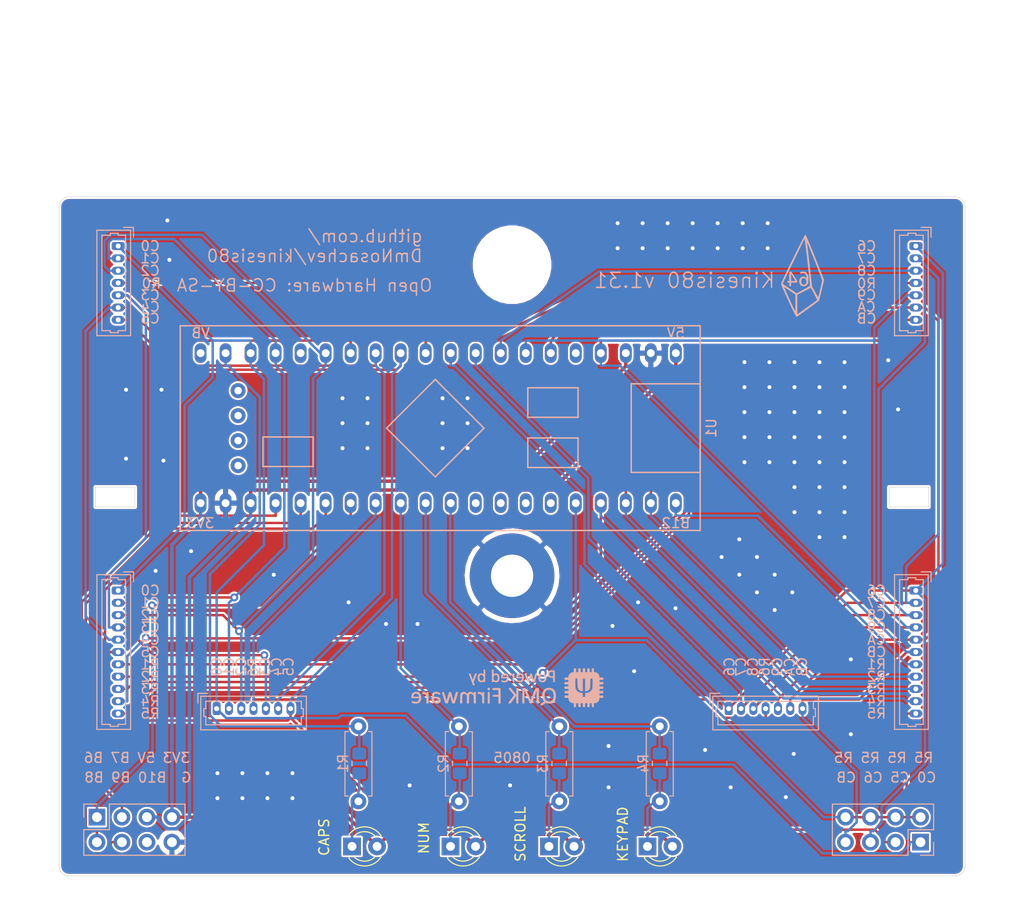
<source format=kicad_pcb>
(kicad_pcb (version 20211014) (generator pcbnew)
  (title_block (date "2020-06-30"))
  (layers (0 "F.Cu" signal) (31 "B.Cu" signal) (34 "B.Paste" user) (35 "F.Paste" user) (36 "B.SilkS" user "B.Silkscreen") (37 "F.SilkS" user "F.Silkscreen") (38 "B.Mask" user) (39 "F.Mask" user) (44 "Edge.Cuts" user))
  (net 0 "")
  (net 1 "GND")
  (net 2 "COL_5")
  (net 3 "COL_6")
  (net 4 "ROW_6")
  (net 5 "COL_0")
  (net 6 "ROW_4")
  (net 7 "ROW_1")
  (net 8 "COL_1")
  (net 9 "COL_2")
  (net 10 "COL_4")
  (net 11 "ROW_5")
  (net 12 "ROW_3")
  (net 13 "ROW_2")
  (net 14 "ROW_0")
  (net 15 "COL_3")
  (net 16 "LED_CAPS")
  (net 17 "LED_NUM")
  (net 18 "LED_SCRL")
  (net 19 "LED_KPD")
  (net 20 "COL_B")
  (net 21 "COL_A")
  (net 22 "COL_9")
  (net 23 "COL_8")
  (net 24 "COL_7")
  (net 25 "Net-(U1-Pad36)")
  (net 26 "Net-(U1-Pad8)")
  (net 27 "Net-(U1-Pad9)")
  (net 28 "Net-(U1-Pad21)")
  (net 29 "Net-(U1-Pad41)")
  (net 30 "Net-(U1-Pad42)")
  (net 31 "Net-(U1-Pad43)")
  (net 32 "Net-(U1-Pad44)")
  (net 33 "B9")
  (net 34 "B8")
  (net 35 "B10")
  (net 36 "3V3")
  (net 37 "5V")
  (net 38 "Net-(U1-Pad6)")
  (net 39 "Net-(U1-Pad7)")
  (net 40 "SCL1")
  (net 41 "SDA1")
  (net 42 "Net-(U1-Pad25)")
  (net 43 "LED_CAPS_R")
  (net 44 "LED_NUM_R")
  (net 45 "LED_SCRL_R")
  (net 46 "LED_KPD_R")
  (footprint "MountingHole:MountingHole_6mm" (layer "F.Cu") (at 142 74.9)
    (fp_text reference "H2" hide)
    (fp_text value "mounting pad")
  )
  (footprint "MountingHole:MountingHole_4.3mm_M4_Pad" (layer "F.Cu") (at 142 106.5)
    (fp_text reference "H1" hide)
    (fp_text value "mounting pad" hide)
  )
  (footprint "LED_THT:LED_D3.0mm" (layer "F.Cu") (at 135.75 134)
    (fp_text reference "LED2" hide)
    (fp_text value "3mm")
  )
  (footprint "LED_THT:LED_D3.0mm" (layer "F.Cu") (at 145.75 134)
    (fp_text reference "LED3" hide)
    (fp_text value "3mm")
  )
  (footprint "LED_THT:LED_D3.0mm" (layer "F.Cu") (at 155.75 134)
    (fp_text reference "LED4" hide)
    (fp_text value "3mm")
  )
  (footprint "LED_THT:LED_D3.0mm" (layer "F.Cu") (at 125.75 134)
    (fp_text reference "LED1" hide)
    (fp_text value "3mm")
  )
  (footprint "Connector_Molex:Molex_PicoBlade_53047-0710_1x07_P1.25mm_Vertical" (layer "B.Cu") (at 102 73 -90)
    (fp_text reference "J1" hide)
    (fp_text value "Conn_01x07")
  )
  (footprint "Connector_Molex:Molex_PicoBlade_53047-0710_1x07_P1.25mm_Vertical" (layer "B.Cu") (at 183 73 -90)
    (fp_text reference "J2" hide)
    (fp_text value "Conn_01x07")
  )
  (footprint "Connector_Molex:Molex_PicoBlade_53047-1110_1x11_P1.25mm_Vertical" (layer "B.Cu") (at 102 108 -90)
    (fp_text reference "J3" hide)
    (fp_text value "Conn_01x11")
  )
  (footprint "Connector_Molex:Molex_PicoBlade_53047-1110_1x11_P1.25mm_Vertical" (layer "B.Cu") (at 183 108 -90)
    (fp_text reference "J4" hide)
    (fp_text value "Conn_01x11")
  )
  (footprint "Connector_Molex:Molex_PicoBlade_53047-0710_1x07_P1.25mm_Vertical" (layer "B.Cu") (at 164 120)
    (fp_text reference "J6" hide)
    (fp_text value "Conn_01x07")
  )
  (footprint "footprints:STM32F4x1_MiniF4" (layer "B.Cu") (at 134.5 91.5 180)
    (fp_text reference "U1")
    (fp_text value "weact_STM32F4x1")
  )
  (footprint "footprints:q64logo" (layer "B.Cu") (at 171.5 76 180)
    (fp_text reference "G1" hide)
    (fp_text value "LOGO" hide)
  )
  (footprint "footprints:qmk-small" (layer "B.Cu") (at 141.478 117.856 180)
    (fp_text reference "G2" hide)
    (fp_text value "LOGO" hide)
  )
  (footprint "Connector_PinHeader_2.54mm:PinHeader_2x04_P2.54mm_Vertical" (layer "B.Cu") (at 99.84 131.03 -90)
    (fp_text reference "J8" hide)
    (fp_text value "Conn_02x04_Odd_Even")
  )
  (footprint "Resistor_SMD:R_0805_2012Metric_Pad1.20x1.40mm_HandSolder" (layer "B.Cu") (at 126.483 125.57 -90)
    (fp_text reference "R1")
    (fp_text value "1k")
  )
  (footprint "Resistor_SMD:R_0805_2012Metric_Pad1.20x1.40mm_HandSolder" (layer "B.Cu") (at 136.683 125.57 -90)
    (fp_text reference "R2")
    (fp_text value "1k")
  )
  (footprint "Resistor_SMD:R_0805_2012Metric_Pad1.20x1.40mm_HandSolder" (layer "B.Cu") (at 146.783 125.57 -90)
    (fp_text reference "R3")
    (fp_text value "1k")
  )
  (footprint "Resistor_SMD:R_0805_2012Metric_Pad1.20x1.40mm_HandSolder" (layer "B.Cu") (at 156.983 125.57 -90)
    (fp_text reference "R4")
    (fp_text value "1k")
  )
  (footprint "Connector_PinHeader_2.54mm:PinHeader_2x04_P2.54mm_Vertical" (layer "B.Cu") (at 183.48 133.57 90)
    (fp_text reference "J7" hide)
    (fp_text value "Conn_02x04_Odd_Even")
  )
  (footprint "Connector_Molex:Molex_PicoBlade_53047-0710_1x07_P1.25mm_Vertical" (layer "B.Cu") (at 112 120)
    (fp_text reference "J5" hide)
    (fp_text value "Conn_01x07")
  )
  (footprint "Resistor_THT:R_Axial_DIN0207_L6.3mm_D2.5mm_P7.62mm_Horizontal" (layer "B.Cu") (at 157 121.8 -90)
    (fp_text reference "R5" hide)
    (fp_text value "1k" hide)
  )
  (footprint "Resistor_THT:R_Axial_DIN0207_L6.3mm_D2.5mm_P7.62mm_Horizontal" (layer "B.Cu") (at 146.8 121.8 -90)
    (fp_text reference "R6" hide)
    (fp_text value "1k" hide)
  )
  (footprint "Resistor_THT:R_Axial_DIN0207_L6.3mm_D2.5mm_P7.62mm_Horizontal" (layer "B.Cu") (at 136.6 121.8 -90)
    (fp_text reference "R7" hide)
    (fp_text value "1k" hide)
  )
  (footprint "Resistor_THT:R_Axial_DIN0207_L6.3mm_D2.5mm_P7.62mm_Horizontal" (layer "B.Cu") (at 126.4 121.8 -90)
    (fp_text reference "R8" hide)
    (fp_text value "1k" hide)
  )
  (gr_line (start 96 136) (end 96 69) (layer "Edge.Cuts") (width 0.05))
  (gr_line (start 184.3 99.5) (end 182.3 99.5) (layer "Edge.Cuts") (width 0.05))
  (gr_line (start 99.7 99.5) (end 101.7 99.5) (layer "Edge.Cuts") (width 0.05))
  (gr_arc (start 187 68) (mid 187.707107 68.292893) (end 188 69) (layer "Edge.Cuts") (width 0.05))
  (gr_arc (start 188 136) (mid 187.707107 136.707107) (end 187 137) (layer "Edge.Cuts") (width 0.05))
  (gr_arc (start 97 137) (mid 96.292893 136.707107) (end 96 136) (layer "Edge.Cuts") (width 0.05))
  (gr_line (start 103.7 99.5) (end 103.7 97.5) (layer "Edge.Cuts") (width 0.05))
  (gr_line (start 97 68) (end 187 68) (layer "Edge.Cuts") (width 0.05))
  (gr_line (start 180.3 97.5) (end 184.3 97.5) (layer "Edge.Cuts") (width 0.05))
  (gr_line (start 103.7 97.5) (end 99.7 97.5) (layer "Edge.Cuts") (width 0.05))
  (gr_line (start 188 69) (end 188 136) (layer "Edge.Cuts") (width 0.05))
  (gr_line (start 184.3 97.5) (end 184.3 99.5) (layer "Edge.Cuts") (width 0.05))
  (gr_line (start 180.3 99.5) (end 180.3 97.5) (layer "Edge.Cuts") (width 0.05))
  (gr_arc (start 96 69) (mid 96.292893 68.292893) (end 97 68) (layer "Edge.Cuts") (width 0.05))
  (gr_line (start 182.3 99.5) (end 180.3 99.5) (layer "Edge.Cuts") (width 0.05))
  (gr_line (start 99.7 97.5) (end 99.7 99.5) (layer "Edge.Cuts") (width 0.05))
  (gr_line (start 187 137) (end 97 137) (layer "Edge.Cuts") (width 0.05))
  (gr_line (start 101.7 99.5) (end 103.7 99.5) (layer "Edge.Cuts") (width 0.05))
  (gr_text "Open Hardware: CC-BY-SA" (at 134 77) (layer "B.SilkS") (effects (font (size 1.25 1.25)) (justify left mirror)))
  (gr_text "C1" (at 105.25 74.25) (layer "B.SilkS") (effects (font (size 1 1)) (justify mirror)))
  (gr_text "C2" (at 105.25 75.5) (layer "B.SilkS") (effects (font (size 1 1)) (justify mirror)))
  (gr_text "C3" (at 105.25 77.985872) (layer "B.SilkS") (effects (font (size 1 1)) (justify mirror)))
  (gr_text "C5" (at 105.25 80.36712) (layer "B.SilkS") (effects (font (size 1 1)) (justify mirror)))
  (gr_text "C4" (at 105.25 79.176496) (layer "B.SilkS") (effects (font (size 1 1)) (justify mirror)))
  (gr_text "R0" (at 105.370224 76.795248) (layer "B.SilkS") (effects (font (size 1 1)) (justify mirror)))
  (gr_text "C9" (at 178 77.985872) (layer "B.SilkS") (effects (font (size 1 1)) (justify mirror)))
  (gr_text "C6" (at 178 73) (layer "B.SilkS") (effects (font (size 1 1)) (justify mirror)))
  (gr_text "CB" (at 178 80.36712) (layer "B.SilkS") (effects (font (size 1 1)) (justify mirror)))
  (gr_text "R0" (at 177.998288 76.795248) (layer "B.SilkS") (effects (font (size 1 1)) (justify mirror)))
  (gr_text "C8" (at 178 75.5) (layer "B.SilkS") (effects (font (size 1 1)) (justify mirror)))
  (gr_text "CA" (at 178 79.176496) (layer "B.SilkS") (effects (font (size 1 1)) (justify mirror)))
  (gr_text "C7" (at 178 74.25) (layer "B.SilkS") (effects (font (size 1 1)) (justify mirror)))
  (gr_text "C8" (at 179 110.5) (layer "B.SilkS") (effects (font (size 1 1)) (justify mirror)))
  (gr_text "C7" (at 179 109.25) (layer "B.SilkS") (effects (font (size 1 1)) (justify mirror)))
  (gr_text "C6" (at 179 108) (layer "B.SilkS") (effects (font (size 1 1)) (justify mirror)))
  (gr_text "C9" (at 179 111.75) (layer "B.SilkS") (effects (font (size 1 1)) (justify mirror)))
  (gr_text "CB" (at 179 114.25) (layer "B.SilkS") (effects (font (size 1 1)) (justify mirror)))
  (gr_text "CA" (at 179 113) (layer "B.SilkS") (effects (font (size 1 1)) (justify mirror)))
  (gr_text "R4" (at 179 119.25) (layer "B.SilkS") (effects (font (size 1 1)) (justify mirror)))
  (gr_text "R5" (at 179 120.5) (layer "B.SilkS") (effects (font (size 1 1)) (justify mirror)))
  (gr_text "R3" (at 179 118) (layer "B.SilkS") (effects (font (size 1 1)) (justify mirror)))
  (gr_text "R1" (at 179 115.5) (layer "B.SilkS") (effects (font (size 1 1)) (justify mirror)))
  (gr_text "R2" (at 179 116.75) (layer "B.SilkS") (effects (font (size 1 1)) (justify mirror)))
  (gr_text "C3" (at 105.25 111.75) (layer "B.SilkS") (effects (font (size 1 1)) (justify mirror)))
  (gr_text "C0" (at 105.25 108) (layer "B.SilkS") (effects (font (size 1 1)) (justify mirror)))
  (gr_text "C5" (at 105.25 114.25) (layer "B.SilkS") (effects (font (size 1 1)) (justify mirror)))
  (gr_text "R1" (at 105.25 115.5) (layer "B.SilkS") (effects (font (size 1 1)) (justify mirror)))
  (gr_text "C2" (at 105.25 110.5) (layer "B.SilkS") (effects (font (size 1 1)) (justify mirror)))
  (gr_text "C4" (at 105.25 113) (layer "B.SilkS") (effects (font (size 1 1)) (justify mirror)))
  (gr_text "C1" (at 105.25 109.25) (layer "B.SilkS") (effects (font (size 1 1)) (justify mirror)))
  (gr_text "R2" (at 105.25 116.75) (layer "B.SilkS") (effects (font (size 1 1)) (justify mirror)))
  (gr_text "R4" (at 105.25 119.25) (layer "B.SilkS") (effects (font (size 1 1)) (justify mirror)))
  (gr_text "R5" (at 105.25 120.5) (layer "B.SilkS") (effects (font (size 1 1)) (justify mirror)))
  (gr_text "R3" (at 105.25 118) (layer "B.SilkS") (effects (font (size 1 1)) (justify mirror)))
  (gr_text "C3" (at 116.918656 115.75 90) (layer "B.SilkS") (effects (font (size 1 1)) (justify mirror)))
  (gr_text "C0" (at 112 115.75 90) (layer "B.SilkS") (effects (font (size 1 1)) (justify mirror)))
  (gr_text "C5" (at 119.299904 115.75 90) (layer "B.SilkS") (effects (font (size 1 1)) (justify mirror)))
  (gr_text "R6" (at 115.728032 115.801456 90) (layer "B.SilkS") (effects (font (size 1 1)) (justify mirror)))
  (gr_text "C2" (at 114.5 115.75 90) (layer "B.SilkS") (effects (font (size 1 1)) (justify mirror)))
  (gr_text "C4" (at 118.10928 115.75 90) (layer "B.SilkS") (effects (font (size 1 1)) (justify mirror)))
  (gr_text "C1" (at 113.25 115.75 90) (layer "B.SilkS") (effects (font (size 1 1)) (justify mirror)))
  (gr_text "R6" (at 167.64048 115.75 90) (layer "B.SilkS") (effects (font (size 1 1)) (justify mirror)))
  (gr_text "CA" (at 170.190624 115.75 90) (layer "B.SilkS") (effects (font (size 1 1)) (justify mirror)))
  (gr_text "CB" (at 171.440624 115.75 90) (layer "B.SilkS") (effects (font (size 1 1)) (justify mirror)))
  (gr_text "C9" (at 168.940624 115.75 90) (layer "B.SilkS") (effects (font (size 1 1)) (justify mirror)))
  (gr_text "C7" (at 165.259232 115.75 90) (layer "B.SilkS") (effects (font (size 1 1)) (justify mirror)))
  (gr_text "C8" (at 166.449856 115.75 90) (layer "B.SilkS") (effects (font (size 1 1)) (justify mirror)))
  (gr_text "C6" (at 164.068608 115.75 90) (layer "B.SilkS") (effects (font (size 1 1)) (justify mirror)))
  (gr_text "C0 C5 C6 CB" (at 180 127) (layer "B.SilkS") (effects (font (size 1 1)) (justify mirror)))
  (gr_text "G  B10 B9 B8" (at 104 127) (layer "B.SilkS") (effects (font (size 1 1)) (justify mirror)))
  (gr_text "3V3 5V B7 B6" (at 103.904 125) (layer "B.SilkS") (effects (font (size 1 1)) (justify mirror)))
  (gr_text "github.com/\nDmNosachev/kinesis80" (at 133 73) (layer "B.SilkS") (effects (font (size 1.254 1.254)) (justify left mirror)))
  (gr_text "Kinesis80 v1.31" (at 159.5 76.5) (layer "B.SilkS") (effects (font (size 1.524 1.524)) (justify mirror)))
  (gr_text "0805" (at 142 125) (layer "B.SilkS") (effects (font (size 1 1)) (justify mirror)))
  (gr_text "R5 R5 R5 R5" (at 179.73 125) (layer "B.SilkS") (effects (font (size 1 1)) (justify mirror)))
  (gr_text "C0" (at 105.25 73) (layer "B.SilkS") (effects (font (size 1 1)) (justify mirror)))
  (gr_text "CAPS" (at 123.5 135.066 90) (layer "F.SilkS") (effects (font (size 1 1)) (justify left bottom)))
  (gr_text "NUM" (at 133.632 134.866 90) (layer "F.SilkS") (effects (font (size 1 1)) (justify left bottom)))
  (gr_text "SCROLL" (at 143.432 135.666 90) (layer "F.SilkS") (effects (font (size 1 1)) (justify left bottom)))
  (gr_text "KEYPAD" (at 153.832 135.666 90) (layer "F.SilkS") (effects (font (size 1 1)) (justify left bottom)))
  (via (at 168.14 84.8) (size 0.8) (drill 0.4) (layers "F.Cu" "B.Cu") (net 1))
  (via (at 170.68 84.8) (size 0.8) (drill 0.4) (layers "F.Cu" "B.Cu") (net 1))
  (via (at 173.22 84.8) (size 0.8) (drill 0.4) (layers "F.Cu" "B.Cu") (net 1))
  (via (at 175.76 84.8) (size 0.8) (drill 0.4) (layers "F.Cu" "B.Cu") (net 1))
  (via (at 165.6 87.34) (size 0.8) (drill 0.4) (layers "F.Cu" "B.Cu") (net 1))
  (via (at 168.14 87.34) (size 0.8) (drill 0.4) (layers "F.Cu" "B.Cu") (net 1))
  (via (at 170.68 87.34) (size 0.8) (drill 0.4) (layers "F.Cu" "B.Cu") (net 1))
  (via (at 173.22 87.34) (size 0.8) (drill 0.4) (layers "F.Cu" "B.Cu") (net 1))
  (via (at 175.76 87.34) (size 0.8) (drill 0.4) (layers "F.Cu" "B.Cu") (net 1))
  (via (at 165.6 89.88) (size 0.8) (drill 0.4) (layers "F.Cu" "B.Cu") (net 1))
  (via (at 168.14 89.88) (size 0.8) (drill 0.4) (layers "F.Cu" "B.Cu") (net 1))
  (via (at 170.68 89.88) (size 0.8) (drill 0.4) (layers "F.Cu" "B.Cu") (net 1))
  (via (at 173.22 89.88) (size 0.8) (drill 0.4) (layers "F.Cu" "B.Cu") (net 1))
  (via (at 175.76 89.88) (size 0.8) (drill 0.4) (layers "F.Cu" "B.Cu") (net 1))
  (via (at 165.6 92.42) (size 0.8) (drill 0.4) (layers "F.Cu" "B.Cu") (net 1))
  (via (at 168.14 92.42) (size 0.8) (drill 0.4) (layers "F.Cu" "B.Cu") (net 1))
  (via (at 170.68 92.42) (size 0.8) (drill 0.4) (layers "F.Cu" "B.Cu") (net 1))
  (via (at 173.22 92.42) (size 0.8) (drill 0.4) (layers "F.Cu" "B.Cu") (net 1))
  (via (at 175.76 92.42) (size 0.8) (drill 0.4) (layers "F.Cu" "B.Cu") (net 1))
  (via (at 165.6 94.96) (size 0.8) (drill 0.4) (layers "F.Cu" "B.Cu") (net 1))
  (via (at 168.14 94.96) (size 0.8) (drill 0.4) (layers "F.Cu" "B.Cu") (net 1))
  (via (at 170.68 94.96) (size 0.8) (drill 0.4) (layers "F.Cu" "B.Cu") (net 1))
  (via (at 173.22 94.96) (size 0.8) (drill 0.4) (layers "F.Cu" "B.Cu") (net 1))
  (via (at 175.76 94.96) (size 0.8) (drill 0.4) (layers "F.Cu" "B.Cu") (net 1))
  (via (at 170.68 97.5) (size 0.8) (drill 0.4) (layers "F.Cu" "B.Cu") (net 1))
  (via (at 170.68 100.04) (size 0.8) (drill 0.4) (layers "F.Cu" "B.Cu") (net 1))
  (via (at 175.76 100.04) (size 0.8) (drill 0.4) (layers "F.Cu" "B.Cu") (net 1))
  (via (at 173.22 102.58) (size 0.8) (drill 0.4) (layers "F.Cu" "B.Cu") (net 1))
  (via (at 173.22 97.5) (size 0.8) (drill 0.4) (layers "F.Cu" "B.Cu") (net 1))
  (via (at 175.76 97.5) (size 0.8) (drill 0.4) (layers "F.Cu" "B.Cu") (net 1))
  (via (at 175.76 102.58) (size 0.8) (drill 0.4) (layers "F.Cu" "B.Cu") (net 1))
  (via (at 173.22 100.04) (size 0.8) (drill 0.4) (layers "F.Cu" "B.Cu") (net 1))
  (via (at 152.72 73.22) (size 0.8) (drill 0.4) (layers "F.Cu" "B.Cu") (net 1))
  (via (at 155.26 73.22) (size 0.8) (drill 0.4) (layers "F.Cu" "B.Cu") (net 1))
  (via (at 152.72 70.68) (size 0.8) (drill 0.4) (layers "F.Cu" "B.Cu") (net 1))
  (via (at 157.8 73.22) (size 0.8) (drill 0.4) (layers "F.Cu" "B.Cu") (net 1))
  (via (at 155.26 70.68) (size 0.8) (drill 0.4) (layers "F.Cu" "B.Cu") (net 1))
  (via (at 157.8 70.68) (size 0.8) (drill 0.4) (layers "F.Cu" "B.Cu") (net 1))
  (via (at 162.88 70.68) (size 0.8) (drill 0.4) (layers "F.Cu" "B.Cu") (net 1))
  (via (at 160.34 73.22) (size 0.8) (drill 0.4) (layers "F.Cu" "B.Cu") (net 1))
  (via (at 162.88 73.22) (size 0.8) (drill 0.4) (layers "F.Cu" "B.Cu") (net 1))
  (via (at 160.34 70.68) (size 0.8) (drill 0.4) (layers "F.Cu" "B.Cu") (net 1))
  (via (at 167.96 70.68) (size 0.8) (drill 0.4) (layers "F.Cu" "B.Cu") (net 1))
  (via (at 165.42 70.68) (size 0.8) (drill 0.4) (layers "F.Cu" "B.Cu") (net 1))
  (via (at 165.42 73.22) (size 0.8) (drill 0.4) (layers "F.Cu" "B.Cu") (net 1))
  (via (at 167.96 73.22) (size 0.8) (drill 0.4) (layers "F.Cu" "B.Cu") (net 1))
  (via (at 114.62 129.1) (size 0.8) (drill 0.4) (layers "F.Cu" "B.Cu") (net 1))
  (via (at 114.62 126.56) (size 0.8) (drill 0.4) (layers "F.Cu" "B.Cu") (net 1))
  (via (at 117.16 129.1) (size 0.8) (drill 0.4) (layers "F.Cu" "B.Cu") (net 1))
  (via (at 119.7 126.56) (size 0.8) (drill 0.4) (layers "F.Cu" "B.Cu") (net 1))
  (via (at 119.7 129.1) (size 0.8) (drill 0.4) (layers "F.Cu" "B.Cu") (net 1))
  (via (at 112.08 126.56) (size 0.8) (drill 0.4) (layers "F.Cu" "B.Cu") (net 1))
  (via (at 112.08 129.1) (size 0.8) (drill 0.4) (layers "F.Cu" "B.Cu") (net 1))
  (via (at 117.16 126.56) (size 0.8) (drill 0.4) (layers "F.Cu" "B.Cu") (net 1))
  (via (at 124.78 91) (size 0.8) (drill 0.4) (layers "F.Cu" "B.Cu") (net 1))
  (via (at 127.32 91) (size 0.8) (drill 0.4) (layers "F.Cu" "B.Cu") (net 1))
  (via (at 124.78 88.46) (size 0.8) (drill 0.4) (layers "F.Cu" "B.Cu") (net 1))
  (via (at 127.32 88.46) (size 0.8) (drill 0.4) (layers "F.Cu" "B.Cu") (net 1))
  (via (at 124.78 93.54) (size 0.8) (drill 0.4) (layers "F.Cu" "B.Cu") (net 1))
  (via (at 127.32 93.54) (size 0.8) (drill 0.4) (layers "F.Cu" "B.Cu") (net 1))
  (via (at 134.94 93.54) (size 0.8) (drill 0.4) (layers "F.Cu" "B.Cu") (net 1))
  (via (at 134.94 91) (size 0.8) (drill 0.4) (layers "F.Cu" "B.Cu") (net 1))
  (via (at 134.94 88.46) (size 0.8) (drill 0.4) (layers "F.Cu" "B.Cu") (net 1))
  (via (at 137.48 88.46) (size 0.8) (drill 0.4) (layers "F.Cu" "B.Cu") (net 1))
  (via (at 137.48 93.54) (size 0.8) (drill 0.4) (layers "F.Cu" "B.Cu") (net 1))
  (via (at 137.48 91) (size 0.8) (drill 0.4) (layers "F.Cu" "B.Cu") (net 1))
  (via (at 166.87 104.593949) (size 0.8) (drill 0.4) (layers "F.Cu" "B.Cu") (net 1))
  (via (at 168.666051 106.39) (size 0.8) (drill 0.4) (layers "F.Cu" "B.Cu") (net 1))
  (via (at 168.666051 109.982102) (size 0.8) (drill 0.4) (layers "F.Cu" "B.Cu") (net 1))
  (via (at 165.073949 106.39) (size 0.8) (drill 0.4) (layers "F.Cu" "B.Cu") (net 1))
  (via (at 165.073949 102.797898) (size 0.8) (drill 0.4) (layers "F.Cu" "B.Cu") (net 1))
  (via (at 163.277898 104.593949) (size 0.8) (drill 0.4) (layers "F.Cu" "B.Cu") (net 1))
  (via (at 170.462102 108.186051) (size 0.8) (drill 0.4) (layers "F.Cu" "B.Cu") (net 1))
  (via (at 166.87 108.186051) (size 0.8) (drill 0.4) (layers "F.Cu" "B.Cu") (net 1))
  (via (at 165.6 84.8) (size 0.8) (drill 0.4) (layers "F.Cu" "B.Cu") (net 1))
  (via (at 107.2 74.4) (size 0.8) (drill 0.4) (layers "F.Cu" "B.Cu") (net 1))
  (via (at 102.8 87.6) (size 0.8) (drill 0.4) (layers "F.Cu" "B.Cu") (net 1))
  (via (at 154.4 116.2) (size 0.8) (drill 0.4) (layers "F.Cu" "B.Cu") (net 1))
  (via (at 141.8 127.8) (size 0.8) (drill 0.4) (layers "F.Cu" "B.Cu") (net 1))
  (via (at 117.8 106.4) (size 0.8) (drill 0.4) (layers "F.Cu" "B.Cu") (net 1))
  (via (at 132.4 111.4) (size 0.8) (drill 0.4) (layers "F.Cu" "B.Cu") (net 1))
  (via (at 106.4 87.6) (size 0.8) (drill 0.4) (layers "F.Cu" "B.Cu") (net 1))
  (via (at 169.8 129) (size 0.8) (drill 0.4) (layers "F.Cu" "B.Cu") (net 1))
  (via (at 176.4 115) (size 0.8) (drill 0.4) (layers "F.Cu" "B.Cu") (net 1))
  (via (at 181.2 89.6) (size 0.8) (drill 0.4) (layers "F.Cu" "B.Cu") (net 1))
  (via (at 158.6 109.8) (size 0.8) (drill 0.4) (layers "F.Cu" "B.Cu") (net 1))
  (via (at 176.4 122.6) (size 0.8) (drill 0.4) (layers "F.Cu" "B.Cu") (net 1))
  (via (at 180.2 84.6) (size 0.8) (drill 0.4) (layers "F.Cu" "B.Cu") (net 1))
  (via (at 125.4 109.2) (size 0.8) (drill 0.4) (layers "F.Cu" "B.Cu") (net 1))
  (via (at 161.6 124.2) (size 0.8) (drill 0.4) (layers "F.Cu" "B.Cu") (net 1))
  (via (at 164.2 128) (size 0.8) (drill 0.4) (layers "F.Cu" "B.Cu") (net 1))
  (via (at 105.8 106) (size 0.8) (drill 0.4) (layers "F.Cu" "B.Cu") (net 1))
  (via (at 151.8 128) (size 0.8) (drill 0.4) (layers "F.Cu" "B.Cu") (net 1))
  (via (at 106.6 94.8) (size 0.8) (drill 0.4) (layers "F.Cu" "B.Cu") (net 1))
  (via (at 154.8 109.2) (size 0.8) (drill 0.4) (layers "F.Cu" "B.Cu") (net 1))
  (via (at 131.6 127.8) (size 0.8) (drill 0.4) (layers "F.Cu" "B.Cu") (net 1))
  (via (at 129.2 111.4) (size 0.8) (drill 0.4) (layers "F.Cu" "B.Cu") (net 1))
  (via (at 152.2 111.6) (size 0.8) (drill 0.4) (layers "F.Cu" "B.Cu") (net 1))
  (via (at 151.8 123.8) (size 0.8) (drill 0.4) (layers "F.Cu" "B.Cu") (net 1))
  (via (at 102.8 94.6) (size 0.8) (drill 0.4) (layers "F.Cu" "B.Cu") (net 1))
  (via (at 107 70.4) (size 0.8) (drill 0.4) (layers "F.Cu" "B.Cu") (net 1))
  (via (at 170.6 124.6) (size 0.8) (drill 0.4) (layers "F.Cu" "B.Cu") (net 1))
  (via (at 109.4 104) (size 0.8) (drill 0.4) (layers "F.Cu" "B.Cu") (net 1))
  (segment (start 101.0723 120.8014) (end 101.4775 121.2066) (width 0.25) (layer "F.Cu") (net 2))
  (segment (start 107.9938 85.5661) (end 102.9277 80.5) (width 0.25) (layer "F.Cu") (net 2))
  (segment (start 102 114.25) (end 101.0723 114.25) (width 0.25) (layer "F.Cu") (net 2))
  (segment (start 130.69 85.1577) (end 130.2816 85.5661) (width 0.25) (layer "F.Cu") (net 2))
  (segment (start 101.4775 121.2066) (end 119.2211 121.2066) (width 0.25) (layer "F.Cu") (net 2))
  (segment (start 179.8123 133.2881) (end 178.8242 132.3) (width 0.25) (layer "F.Cu") (net 2))
  (segment (start 180.94 133.57) (end 179.8123 133.57) (width 0.25) (layer "F.Cu") (net 2))
  (segment (start 119.5 120) (end 119.5 120.9277) (width 0.25) (layer "F.Cu") (net 2))
  (segment (start 102 80.5) (end 102.9277 80.5) (width 0.25) (layer "F.Cu") (net 2))
  (segment (start 119.2211 121.2066) (end 119.5 120.9277) (width 0.25) (layer "F.Cu") (net 2))
  (segment (start 101.0723 114.25) (end 101.0723 120.8014) (width 0.25) (layer "F.Cu") (net 2))
  (segment (start 130.2816 85.5661) (end 107.9938 85.5661) (width 0.25) (layer "F.Cu") (net 2))
  (segment (start 130.69 83.88) (end 130.69 85.1577) (width 0.25) (layer "F.Cu") (net 2))
  (segment (start 178.8242 132.3) (end 130.8723 132.3) (width 0.25) (layer "F.Cu") (net 2))
  (segment (start 179.8123 133.57) (end 179.8123 133.2881) (width 0.25) (layer "F.Cu") (net 2))
  (segment (start 130.8723 132.3) (end 119.5 120.9277) (width 0.25) (layer "F.Cu") (net 2))
  (segment (start 129.8123 108.76) (end 119.5 119.0723) (width 0.25) (layer "B.Cu") (net 2))
  (segment (start 119.5 120) (end 119.5 119.0723) (width 0.25) (layer "B.Cu") (net 2))
  (segment (start 130.69 83.88) (end 130.69 85.1577) (width 0.25) (layer "B.Cu") (net 2))
  (segment (start 130.69 85.1577) (end 129.8123 86.0354) (width 0.25) (layer "B.Cu") (net 2))
  (segment (start 129.8123 86.0354) (end 129.8123 108.76) (width 0.25) (layer "B.Cu") (net 2))
  (segment (start 176 108) (end 183 108) (width 0.25) (layer "F.Cu") (net 3))
  (segment (start 164 120) (end 176 108) (width 0.25) (layer "F.Cu") (net 3))
  (segment (start 183.9333 125.5855) (end 179.5277 129.9911) (width 0.25) (layer "B.Cu") (net 3))
  (segment (start 135.77 85.1577) (end 136.1693 85.1577) (width 0.25) (layer "B.Cu") (net 3))
  (segment (start 135.77 83.88) (end 135.77 85.1577) (width 0.25) (layer "B.Cu") (net 3))
  (segment (start 183 108) (end 183.9333 108.9333) (width 0.25) (layer "B.Cu") (net 3))
  (segment (start 185.7382 75.7382) (end 183 73) (width 0.25) (layer "B.Cu") (net 3))
  (segment (start 185.7382 105.2618) (end 185.7382 75.7382) (width 0.25) (layer "B.Cu") (net 3))
  (segment (start 183.9333 108.9333) (end 183.9333 125.5855) (width 0.25) (layer "B.Cu") (net 3))
  (segment (start 178.4 133.57) (end 178.4 132.4423) (width 0.25) (layer "B.Cu") (net 3))
  (segment (start 179.5277 131.5966) (end 178.682 132.4423) (width 0.25) (layer "B.Cu") (net 3))
  (segment (start 149.3506 98.339) (end 149.3506 105.3506) (width 0.25) (layer "B.Cu") (net 3))
  (segment (start 178.682 132.4423) (end 178.4 132.4423) (width 0.25) (layer "B.Cu") (net 3))
  (segment (start 149.3506 105.3506) (end 164 120) (width 0.25) (layer "B.Cu") (net 3))
  (segment (start 136.1693 85.1577) (end 149.3506 98.339) (width 0.25) (layer "B.Cu") (net 3))
  (segment (start 183 108) (end 185.7382 105.2618) (width 0.25) (layer "B.Cu") (net 3))
  (segment (start 179.5277 129.9911) (end 179.5277 131.5966) (width 0.25) (layer "B.Cu") (net 3))
  (segment (start 161.6947 119.0723) (end 163.5521 120.9297) (width 0.25) (layer "F.Cu") (net 4))
  (segment (start 167.75 120) (end 167.75 120.9277) (width 0.25) (layer "F.Cu") (net 4))
  (segment (start 115.75 119.0723) (end 161.6947 119.0723) (width 0.25) (layer "F.Cu") (net 4))
  (segment (start 163.5521 120.9297) (end 167.748 120.9297) (width 0.25) (layer "F.Cu") (net 4))
  (segment (start 115.75 120) (end 115.75 119.0723) (width 0.25) (layer "F.Cu") (net 4))
  (segment (start 167.748 120.9297) (end 167.75 120.9277) (width 0.25) (layer "F.Cu") (net 4))
  (segment (start 128.15 99.12) (end 128.15 100.3977) (width 0.25) (layer "B.Cu") (net 4))
  (segment (start 115.75 120) (end 115.75 119.0723) (width 0.25) (layer "B.Cu") (net 4))
  (segment (start 115.75 112.7977) (end 115.75 119.0723) (width 0.25) (layer "B.Cu") (net 4))
  (segment (start 128.15 100.3977) (end 115.75 112.7977) (width 0.25) (layer "B.Cu") (net 4))
  (segment (start 173.5082 134.6977) (end 164.4888 125.6783) (width 0.25) (layer "B.Cu") (net 5))
  (segment (start 124.3761 120.9608) (end 112.9608 120.9608) (width 0.25) (layer "B.Cu") (net 5))
  (segment (start 112 108.1916) (end 116.8005 103.3911) (width 0.25) (layer "B.Cu") (net 5))
  (segment (start 124.6302 120.7067) (end 124.3761 120.9608) (width 0.25) (layer "B.Cu") (net 5))
  (segment (start 115.45 82.6023) (end 111.6023 82.6023) (width 0.25) (layer "B.Cu") (net 5))
  (segment (start 111.6023 82.6023) (end 102 73) (width 0.25) (layer "B.Cu") (net 5))
  (segment (start 111.6023 86.3324) (end 111.6023 82.6023) (width 0.25) (layer "B.Cu") (net 5))
  (segment (start 131.1831 120.7067) (end 124.6302 120.7067) (width 0.25) (layer "B.Cu") (net 5))
  (segment (start 115.45 83.88) (end 115.45 85.1577) (width 0.25) (layer "B.Cu") (net 5))
  (segment (start 116.8005 86.5082) (end 115.45 85.1577) (width 0.25) (layer "B.Cu") (net 5))
  (segment (start 183.48 133.57) (end 182.3523 133.57) (width 0.25) (layer "B.Cu") (net 5))
  (segment (start 116.8005 103.3911) (end 116.8005 86.5082) (width 0.25) (layer "B.Cu") (net 5))
  (segment (start 112 120) (end 112 108.1916) (width 0.25) (layer "B.Cu") (net 5))
  (segment (start 115.45 83.88) (end 115.45 82.6023) (width 0.25) (layer "B.Cu") (net 5))
  (segment (start 108.7418 101.2582) (end 108.7418 89.1929) (width 0.25) (layer "B.Cu") (net 5))
  (segment (start 102 108) (end 108.7418 101.2582) (width 0.25) (layer "B.Cu") (net 5))
  (segment (start 182.3523 133.57) (end 182.3523 133.852) (width 0.25) (layer "B.Cu") (net 5))
  (segment (start 112.9608 120.9608) (end 112 120) (width 0.25) (layer "B.Cu") (net 5))
  (segment (start 182.3523 133.852) (end 181.5066 134.6977) (width 0.25) (layer "B.Cu") (net 5))
  (segment (start 181.5066 134.6977) (end 173.5082 134.6977) (width 0.25) (layer "B.Cu") (net 5))
  (segment (start 108.7418 89.1929) (end 111.6023 86.3324) (width 0.25) (layer "B.Cu") (net 5))
  (segment (start 136.1547 125.6783) (end 131.1831 120.7067) (width 0.25) (layer "B.Cu") (net 5))
  (segment (start 164.4888 125.6783) (end 136.1547 125.6783) (width 0.25) (layer "B.Cu") (net 5))
  (segment (start 151.01 106.4261) (end 144.5756 112.8605) (width 0.25) (layer "F.Cu") (net 6))
  (segment (start 151.01 99.12) (end 151.01 106.4261) (width 0.25) (layer "F.Cu") (net 6))
  (segment (start 144.5756 112.8605) (end 104.8809 112.8605) (width 0.25) (layer "F.Cu") (net 6))
  (segment (start 104.8809 112.8605) (end 104.807 112.7866) (width 0.25) (layer "F.Cu") (net 6))
  (via (at 104.807 112.7866) (size 0.8) (drill 0.4) (layers "F.Cu" "B.Cu") (net 6))
  (segment (start 104.807 112.7866) (end 102.9277 114.6659) (width 0.25) (layer "B.Cu") (net 6))
  (segment (start 183 119.25) (end 182.0723 119.25) (width 0.25) (layer "B.Cu") (net 6))
  (segment (start 151.01 99.12) (end 151.01 100.3977) (width 0.25) (layer "B.Cu") (net 6))
  (segment (start 181.7913 118.969) (end 169.5813 118.969) (width 0.25) (layer "B.Cu") (net 6))
  (segment (start 182.0723 119.25) (end 181.7913 118.969) (width 0.25) (layer "B.Cu") (net 6))
  (segment (start 102 119.25) (end 102.9277 119.25) (width 0.25) (layer "B.Cu") (net 6))
  (segment (start 169.5813 118.969) (end 151.01 100.3977) (width 0.25) (layer "B.Cu") (net 6))
  (segment (start 102.9277 114.6659) (end 102.9277 119.25) (width 0.25) (layer "B.Cu") (net 6))
  (segment (start 102 115.5) (end 102.9277 115.5) (width 0.25) (layer "F.Cu") (net 7))
  (segment (start 102.9277 115.5) (end 143.5277 115.5) (width 0.25) (layer "F.Cu") (net 7))
  (segment (start 158.63 99.12) (end 158.63 100.3977) (width 0.25) (layer "F.Cu") (net 7))
  (segment (start 143.5277 115.5) (end 158.63 100.3977) (width 0.25) (layer "F.Cu") (net 7))
  (segment (start 183 115.5) (end 182.0723 115.5) (width 0.25) (layer "B.Cu") (net 7))
  (segment (start 158.63 99.12) (end 158.63 100.3977) (width 0.25) (layer "B.Cu") (net 7))
  (segment (start 182.0723 115.5) (end 166.97 100.3977) (width 0.25) (layer "B.Cu") (net 7))
  (segment (start 166.97 100.3977) (end 158.63 100.3977) (width 0.25) (layer "B.Cu") (net 7))
  (segment (start 103.4754 108.7023) (end 102.9277 109.25) (width 0.25) (layer "F.Cu") (net 8))
  (segment (start 113.788 108.7023) (end 103.4754 108.7023) (width 0.25) (layer "F.Cu") (net 8))
  (segment (start 102 109.25) (end 102.9277 109.25) (width 0.25) (layer "F.Cu") (net 8))
  (via (at 113.788 108.7023) (size 0.8) (drill 0.4) (layers "F.Cu" "B.Cu") (net 8))
  (segment (start 101.3769 72.2865) (end 101.0322 72.6312) (width 0.25) (layer "B.Cu") (net 8))
  (segment (start 117.99 83.88) (end 117.99 85.1577) (width 0.25) (layer "B.Cu") (net 8))
  (segment (start 118.8729 103.6174) (end 118.8729 86.0406) (width 0.25) (layer "B.Cu") (net 8))
  (segment (start 101.0322 72.6312) (end 101.0322 74.2099) (width 0.25) (layer "B.Cu") (net 8))
  (segment (start 117.99 83.88) (end 117.99 82.6023) (width 0.25) (layer "B.Cu") (net 8))
  (segment (start 113.25 109.2403) (end 113.788 108.7023) (width 0.25) (layer "B.Cu") (net 8))
  (segment (start 107.6742 72.2865) (end 101.3769 72.2865) (width 0.25) (layer "B.Cu") (net 8))
  (segment (start 117.99 82.6023) (end 107.6742 72.2865) (width 0.25) (layer "B.Cu") (net 8))
  (segment (start 101.0322 74.2099) (end 101.0723 74.25) (width 0.25) (layer "B.Cu") (net 8))
  (segment (start 118.8729 86.0406) (end 117.99 85.1577) (width 0.25) (layer "B.Cu") (net 8))
  (segment (start 113.788 108.7023) (end 118.8729 103.6174) (width 0.25) (layer "B.Cu") (net 8))
  (segment (start 102 74.25) (end 101.0723 74.25) (width 0.25) (layer "B.Cu") (net 8))
  (segment (start 113.25 120) (end 113.25 109.2403) (width 0.25) (layer "B.Cu") (net 8))
  (segment (start 114.2681 112.125) (end 112.6431 110.5) (width 0.25) (layer "F.Cu") (net 9))
  (segment (start 112.6431 110.5) (end 102.9277 110.5) (width 0.25) (layer "F.Cu") (net 9))
  (segment (start 102 110.5) (end 102.9277 110.5) (width 0.25) (layer "F.Cu") (net 9))
  (via (at 114.2681 112.125) (size 0.8) (drill 0.4) (layers "F.Cu" "B.Cu") (net 9))
  (segment (start 123.07 84.4181) (end 110.5085 71.8566) (width 0.25) (layer "B.Cu") (net 9))
  (segment (start 114.5 112.3569) (end 114.2681 112.125) (width 0.25) (layer "B.Cu") (net 9))
  (segment (start 100.6036 72.4832) (end 100.6036 75.0313) (width 0.25) (layer "B.Cu") (net 9))
  (segment (start 123.07 84.4181) (end 123.07 85.1577) (width 0.25) (layer "B.Cu") (net 9))
  (segment (start 121.7923 86.4354) (end 121.7923 104.6008) (width 0.25) (layer "B.Cu") (net 9))
  (segment (start 121.7923 104.6008) (end 114.2681 112.125) (width 0.25) (layer "B.Cu") (net 9))
  (segment (start 114.5 120) (end 114.5 119.0723) (width 0.25) (layer "B.Cu") (net 9))
  (segment (start 102 75.5) (end 101.0723 75.5) (width 0.25) (layer "B.Cu") (net 9))
  (segment (start 110.5085 71.8566) (end 101.2302 71.8566) (width 0.25) (layer "B.Cu") (net 9))
  (segment (start 114.5 119.0723) (end 114.5 112.3569) (width 0.25) (layer "B.Cu") (net 9))
  (segment (start 100.6036 75.0313) (end 101.0723 75.5) (width 0.25) (layer "B.Cu") (net 9))
  (segment (start 101.2302 71.8566) (end 100.6036 72.4832) (width 0.25) (layer "B.Cu") (net 9))
  (segment (start 123.07 85.1577) (end 121.7923 86.4354) (width 0.25) (layer "B.Cu") (net 9))
  (segment (start 123.07 83.88) (end 123.07 84.4181) (width 0.25) (layer "B.Cu") (net 9))
  (segment (start 128.15 83.88) (end 128.15 85.1577) (width 0.25) (layer "F.Cu") (net 10))
  (segment (start 128.15 85.1577) (end 108.8354 85.1577) (width 0.25) (layer "F.Cu") (net 10))
  (segment (start 108.8354 85.1577) (end 102.9277 79.25) (width 0.25) (layer "F.Cu") (net 10))
  (segment (start 102 79.25) (end 102.9277 79.25) (width 0.25) (layer "F.Cu") (net 10))
  (segment (start 98.6894 110.6171) (end 101.0723 113) (width 0.25) (layer "B.Cu") (net 10))
  (segment (start 129.0381 108.2842) (end 118.25 119.0723) (width 0.25) (layer "B.Cu") (net 10))
  (segment (start 129.0381 86.0458) (end 129.0381 108.2842) (width 0.25) (layer "B.Cu") (net 10))
  (segment (start 98.6894 81.6329) (end 98.6894 110.6171) (width 0.25) (layer "B.Cu") (net 10))
  (segment (start 128.15 85.1577) (end 129.0381 86.0458) (width 0.25) (layer "B.Cu") (net 10))
  (segment (start 128.15 83.88) (end 128.15 85.1577) (width 0.25) (layer "B.Cu") (net 10))
  (segment (start 118.25 120) (end 118.25 119.0723) (width 0.25) (layer "B.Cu") (net 10))
  (segment (start 102 79.25) (end 101.0723 79.25) (width 0.25) (layer "B.Cu") (net 10))
  (segment (start 102 113) (end 101.0723 113) (width 0.25) (layer "B.Cu") (net 10))
  (segment (start 101.0723 79.25) (end 98.6894 81.6329) (width 0.25) (layer "B.Cu") (net 10))
  (segment (start 145.1132 116.3615) (end 143.6024 117.8723) (width 0.25) (layer "F.Cu") (net 11))
  (segment (start 178.4 131.03) (end 180.94 131.03) (width 0.25) (layer "F.Cu") (net 11))
  (segment (start 105.5554 117.8723) (end 102.9277 120.5) (width 0.25) (layer "F.Cu") (net 11))
  (segment (start 182.0723 131.03) (end 183.48 131.03) (width 0.25) (layer "F.Cu") (net 11))
  (segment (start 102 120.5) (end 102.9277 120.5) (width 0.25) (layer "F.Cu") (net 11))
  (segment (start 183 120.5) (end 182.0723 120.5) (width 0.25) (layer "F.Cu") (net 11))
  (segment (start 143.6024 117.8723) (end 105.5554 117.8723) (width 0.25) (layer "F.Cu") (net 11))
  (segment (start 175.86 131.03) (end 178.4 131.03) (width 0.25) (layer "F.Cu") (net 11))
  (segment (start 182.0723 131.03) (end 182.0723 120.5) (width 0.25) (layer "F.Cu") (net 11))
  (segment (start 180.94 131.03) (end 182.0723 131.03) (width 0.25) (layer "F.Cu") (net 11))
  (via (at 145.1132 116.3615) (size 0.8) (drill 0.4) (layers "F.Cu" "B.Cu") (net 11))
  (segment (start 148.47 113.042) (end 148.4327 113.042) (width 0.25) (layer "B.Cu") (net 11))
  (segment (start 175.86 131.03) (end 173.646 131.03) (width 0.25) (layer "B.Cu") (net 11))
  (segment (start 148.47 99.12) (end 148.47 113.042) (width 0.25) (layer "B.Cu") (net 11))
  (segment (start 155.658 113.042) (end 148.47 113.042) (width 0.25) (layer "B.Cu") (net 11))
  (segment (start 173.646 131.03) (end 155.658 113.042) (width 0.25) (layer "B.Cu") (net 11))
  (segment (start 148.4327 113.042) (end 145.1132 116.3615) (width 0.25) (layer "B.Cu") (net 11))
  (segment (start 102 118) (end 102.9277 118) (width 0.25) (layer "F.Cu") (net 12))
  (segment (start 159.963 98.1612) (end 159.963 100.2368) (width 0.25) (layer "F.Cu") (net 12))
  (segment (start 159.963 100.2368) (end 142.9006 117.2992) (width 0.25) (layer "F.Cu") (net 12))
  (segment (start 153.55 97.8423) (end 153.985 97.4073) (width 0.25) (layer "F.Cu") (net 12))
  (segment (start 159.2091 97.4073) (end 159.963 98.1612) (width 0.25) (layer "F.Cu") (net 12))
  (segment (start 103.6285 117.2992) (end 102.9277 118) (width 0.25) (layer "F.Cu") (net 12))
  (segment (start 153.55 99.12) (end 153.55 97.8423) (width 0.25) (layer "F.Cu") (net 12))
  (segment (start 153.985 97.4073) (end 159.2091 97.4073) (width 0.25) (layer "F.Cu") (net 12))
  (segment (start 142.9006 117.2992) (end 103.6285 117.2992) (width 0.25) (layer "F.Cu") (net 12))
  (segment (start 153.55 99.12) (end 153.55 100.3977) (width 0.25) (layer "B.Cu") (net 12))
  (segment (start 153.55 100.3977) (end 171.1523 118) (width 0.25) (layer "B.Cu") (net 12))
  (segment (start 171.1523 118) (end 183 118) (width 0.25) (layer "B.Cu") (net 12))
  (segment (start 159.0527 97.8423) (end 159.5502 98.3398) (width 0.25) (layer "F.Cu") (net 13))
  (segment (start 156.09 97.8423) (end 159.0527 97.8423) (width 0.25) (layer "F.Cu") (net 13))
  (segment (start 159.5502 100.0507) (end 142.8509 116.75) (width 0.25) (layer "F.Cu") (net 13))
  (segment (start 142.8509 116.75) (end 102 116.75) (width 0.25) (layer "F.Cu") (net 13))
  (segment (start 159.5502 98.3398) (end 159.5502 100.0507) (width 0.25) (layer "F.Cu") (net 13))
  (segment (start 156.09 99.12) (end 156.09 97.8423) (width 0.25) (layer "F.Cu") (net 13))
  (segment (start 172.4423 116.75) (end 183 116.75) (width 0.25) (layer "B.Cu") (net 13))
  (segment (start 156.09 100.3977) (end 172.4423 116.75) (width 0.25) (layer "B.Cu") (net 13))
  (segment (start 156.09 99.12) (end 156.09 100.3977) (width 0.25) (layer "B.Cu") (net 13))
  (segment (start 133.23 82.6023) (end 127.3777 76.75) (width 0.25) (layer "F.Cu") (net 14))
  (segment (start 127.3777 76.75) (end 102 76.75) (width 0.25) (layer "F.Cu") (net 14))
  (segment (start 151.4 77) (end 139.1357 82.6023) (width 0.25) (layer "F.Cu") (net 14))
  (segment (start 139.1357 82.6023) (end 133.23 82.6023) (width 0.25) (layer "F.Cu") (net 14))
  (segment (start 183 76.75) (end 151.4 77) (width 0.25) (layer "F.Cu") (net 14))
  (segment (start 133.23 83.88) (end 133.23 82.6023) (width 0.25) (layer "F.Cu") (net 14))
  (segment (start 102.9277 111.75) (end 102.9277 111.912) (width 0.25) (layer "F.Cu") (net 15))
  (segment (start 102 78) (end 102.9277 78) (width 0.25) (layer "F.Cu") (net 15))
  (segment (start 125.61 83.88) (end 125.61 82.6023) (width 0.25) (layer "F.Cu") (net 15))
  (segment (start 125.61 82.6023) (end 107.53 82.6023) (width 0.25) (layer "F.Cu") (net 15))
  (segment (start 102.9277 111.912) (end 105.5837 114.568) (width 0.25) (layer "F.Cu") (net 15))
  (segment (start 102 111.75) (end 102.9277 111.75) (width 0.25) (layer "F.Cu") (net 15))
  (segment (start 105.5837 114.568) (end 116.8394 114.568) (width 0.25) (layer "F.Cu") (net 15))
  (segment (start 107.53 82.6023) (end 102.9277 78) (width 0.25) (layer "F.Cu") (net 15))
  (via (at 116.8394 114.568) (size 0.8) (drill 0.4) (layers "F.Cu" "B.Cu") (net 15))
  (segment (start 102 111.75) (end 101.0723 111.75) (width 0.25) (layer "B.Cu") (net 15))
  (segment (start 104.8103 79.8826) (end 104.8103 102.6764) (width 0.25) (layer "B.Cu") (net 15))
  (segment (start 116.8394 114.568) (end 117 114.7286) (width 0.25) (layer "B.Cu") (net 15))
  (segment (start 117 114.7286) (end 117 120) (width 0.25) (layer "B.Cu") (net 15))
  (segment (start 101.0584 106.4283) (end 101.0584 111.7361) (width 0.25) (layer "B.Cu") (net 15))
  (segment (start 102.9277 78) (end 104.8103 79.8826) (width 0.25) (layer "B.Cu") (net 15))
  (segment (start 104.8103 102.6764) (end 101.0584 106.4283) (width 0.25) (layer "B.Cu") (net 15))
  (segment (start 101.0584 111.7361) (end 101.0723 111.75) (width 0.25) (layer "B.Cu") (net 15))
  (segment (start 102 78) (end 102.9277 78) (width 0.25) (layer "B.Cu") (net 15))
  (segment (start 112.4559 121.8) (end 111.3214 120.6655) (width 0.25) (layer "B.Cu") (net 16))
  (segment (start 111.3214 106.3382) (end 116.3732 101.2864) (width 0.25) (layer "B.Cu") (net 16))
  (segment (start 116.3732 88.3481) (end 113.1828 85.1577) (width 0.25) (layer "B.Cu") (net 16))
  (segment (start 116.3732 101.2864) (end 116.3732 88.3481) (width 0.25) (layer "B.Cu") (net 16))
  (segment (start 126.483 121.883) (end 126.4 121.8) (width 0.25) (layer "B.Cu") (net 16))
  (segment (start 126.483 124.57) (end 126.483 121.883) (width 0.25) (layer "B.Cu") (net 16))
  (segment (start 113.1828 85.1577) (end 112.91 85.1577) (width 0.25) (layer "B.Cu") (net 16))
  (segment (start 112.91 83.88) (end 112.91 85.1577) (width 0.25) (layer "B.Cu") (net 16))
  (segment (start 111.3214 120.6655) (end 111.3214 106.3382) (width 0.25) (layer "B.Cu") (net 16))
  (segment (start 126.4 121.8) (end 112.4559 121.8) (width 0.25) (layer "B.Cu") (net 16))
  (segment (start 136.683 124.57) (end 136.683 121.883) (width 0.25) (layer "B.Cu") (net 17))
  (segment (start 136.6 121.8) (end 130.69 115.89) (width 0.25) (layer "B.Cu") (net 17))
  (segment (start 130.69 115.89) (end 130.69 99.12) (width 0.25) (layer "B.Cu") (net 17))
  (segment (start 136.683 121.883) (end 136.6 121.8) (width 0.25) (layer "B.Cu") (net 17))
  (segment (start 133.23 108.23) (end 133.23 99.12) (width 0.25) (layer "B.Cu") (net 18))
  (segment (start 146.783 121.817) (end 146.783 124.57) (width 0.25) (layer "B.Cu") (net 18))
  (segment (start 146.8 121.8) (end 146.783 121.817) (width 0.25) (layer "B.Cu") (net 18))
  (segment (start 146.8 121.8) (end 133.23 108.23) (width 0.25) (layer "B.Cu") (net 18))
  (segment (start 156.983 121.8085) (end 156.983 124.57) (width 0.25) (layer "B.Cu") (net 19))
  (segment (start 148.3521 121.8085) (end 135.7181 109.1745) (width 0.25) (layer "B.Cu") (net 19))
  (segment (start 135.77 99.12) (end 135.77 100.3977) (width 0.25) (layer "B.Cu") (net 19))
  (segment (start 135.7181 100.4496) (end 135.77 100.3977) (width 0.25) (layer "B.Cu") (net 19))
  (segment (start 156.9915 121.8085) (end 156.983 121.8085) (width 0.25) (layer "B.Cu") (net 19))
  (segment (start 135.7181 109.1745) (end 135.7181 100.4496) (width 0.25) (layer "B.Cu") (net 19))
  (segment (start 157 121.8) (end 156.9915 121.8085) (width 0.25) (layer "B.Cu") (net 19))
  (segment (start 156.983 121.8085) (end 148.3521 121.8085) (width 0.25) (layer "B.Cu") (net 19))
  (segment (start 179.97 82.6023) (end 182.0723 80.5) (width 0.25) (layer "F.Cu") (net 20))
  (segment (start 182.0723 114.25) (end 177.25 119.0723) (width 0.25) (layer "F.Cu") (net 20))
  (segment (start 183 80.5) (end 182.0723 80.5) (width 0.25) (layer "F.Cu") (net 20))
  (segment (start 182.9812 114.25) (end 182.0723 114.25) (width 0.25) (layer "F.Cu") (net 20))
  (segment (start 151.01 82.6023) (end 179.97 82.6023) (width 0.25) (layer "F.Cu") (net 20))
  (segment (start 151.01 83.88) (end 151.01 82.6023) (width 0.25) (layer "F.Cu") (net 20))
  (segment (start 182.9812 114.25) (end 183 114.25) (width 0.25) (layer "F.Cu") (net 20))
  (segment (start 177.25 119.0723) (end 171.5 119.0723) (width 0.25) (layer "F.Cu") (net 20))
  (segment (start 171.5 120) (end 171.5 119.0723) (width 0.25) (layer "F.Cu") (net 20))
  (segment (start 175.86 133.57) (end 175.86 132.4423) (width 0.25) (layer "B.Cu") (net 20))
  (segment (start 151.01 83.88) (end 151.01 85.1577) (width 0.25) (layer "B.Cu") (net 20))
  (segment (start 183 114.25) (end 182.0723 114.25) (width 0.25) (layer "B.Cu") (net 20))
  (segment (start 151.01 85.1577) (end 152.98 85.1577) (width 0.25) (layer "B.Cu") (net 20))
  (segment (start 152.98 85.1577) (end 182.0723 114.25) (width 0.25) (layer "B.Cu") (net 20))
  (segment (start 176.9908 131.5451) (end 176.0936 132.4423) (width 0.25) (layer "B.Cu") (net 20))
  (segment (start 171.5 120.9277) (end 176.9908 126.4185) (width 0.25) (layer "B.Cu") (net 20))
  (segment (start 176.9908 126.4185) (end 176.9908 131.5451) (width 0.25) (layer "B.Cu") (net 20))
  (segment (start 171.5 120) (end 171.5 120.9277) (width 0.25) (layer "B.Cu") (net 20))
  (segment (start 176.0936 132.4423) (end 175.86 132.4423) (width 0.25) (layer "B.Cu") (net 20))
  (segment (start 183 79.25) (end 183.9277 79.25) (width 0.25) (layer "F.Cu") (net 21))
  (segment (start 185.302 111.6257) (end 183.9277 113) (width 0.25) (layer "F.Cu") (net 21))
  (segment (start 170.25 119.0723) (end 176.3223 113) (width 0.25) (layer "F.Cu") (net 21))
  (segment (start 145.93 83.88) (end 145.93 82.6023) (width 0.25) (layer "F.Cu") (net 21))
  (segment (start 183.9277 79.25) (end 185.302 80.6243) (width 0.25) (layer "F.Cu") (net 21))
  (segment (start 185.302 80.6243) (end 185.302 111.6257) (width 0.25) (layer "F.Cu") (net 21))
  (segment (start 145.93 82.6023) (end 149.2823 79.25) (width 0.25) (layer "F.Cu") (net 21))
  (segment (start 183 113) (end 183.9277 113) (width 0.25) (layer "F.Cu") (net 21))
  (segment (start 170.25 120) (end 170.25 119.0723) (width 0.25) (layer "F.Cu") (net 21))
  (segment (start 149.2823 79.25) (end 183 79.25) (width 0.25) (layer "F.Cu") (net 21))
  (segment (start 176.3223 113) (end 183 113) (width 0.25) (layer "F.Cu") (net 21))
  (segment (start 169 120) (end 169 119.0723) (width 0.25) (layer "F.Cu") (net 22))
  (segment (start 176.3223 111.75) (end 169 119.0723) (width 0.25) (layer "F.Cu") (net 22))
  (segment (start 183 111.75) (end 176.3223 111.75) (width 0.25) (layer "F.Cu") (net 22))
  (segment (start 178.7882 81.2841) (end 182.0723 78) (width 0.25) (layer "B.Cu") (net 22))
  (segment (start 183 111.75) (end 182.0723 111.75) (width 0.25) (layer "B.Cu") (net 22))
  (segment (start 178.7882 82.6023) (end 178.7882 81.2841) (width 0.25) (layer "B.Cu") (net 22))
  (segment (start 143.39 83.88) (end 143.39 82.6023) (width 0.25) (layer "B.Cu") (net 22))
  (segment (start 143.39 82.6023) (end 178.7882 82.6023) (width 0.25) (layer "B.Cu") (net 22))
  (segment (start 182.0723 111.75) (end 178.7882 108.4659) (width 0.25) (layer "B.Cu") (net 22))
  (segment (start 183 78) (end 182.0723 78) (width 0.25) (layer "B.Cu") (net 22))
  (segment (start 178.7882 108.4659) (end 178.7882 82.6023) (width 0.25) (layer "B.Cu") (net 22))
  (segment (start 176 110.5) (end 183 110.5) (width 0.25) (layer "F.Cu") (net 23))
  (segment (start 166.5 120) (end 176 110.5) (width 0.25) (layer "F.Cu") (net 23))
  (segment (start 183.9277 82.8143) (end 183.9277 75.5) (width 0.25) (layer "B.Cu") (net 23))
  (segment (start 182.0723 110.5) (end 179.2199 107.6476) (width 0.25) (layer "B.Cu") (net 23))
  (segment (start 140.85 82.6023) (end 150.8 75.6) (width 0.25) (layer "B.Cu") (net 23))
  (segment (start 179.2199 87.5221) (end 183.9277 82.8143) (width 0.25) (layer "B.Cu") (net 23))
  (segment (start 179.2199 107.6476) (end 179.2199 87.5221) (width 0.25) (layer "B.Cu") (net 23))
  (segment (start 183 75.5) (end 183.9277 75.5) (width 0.25) (layer "B.Cu") (net 23))
  (segment (start 150.8 75.6) (end 183 75.5) (width 0.25) (layer "B.Cu") (net 23))
  (segment (start 183 110.5) (end 182.0723 110.5) (width 0.25) (layer "B.Cu") (net 23))
  (segment (start 140.85 83.88) (end 140.85 82.6023) (width 0.25) (layer "B.Cu") (net 23))
  (segment (start 165.25 120) (end 176 109.25) (width 0.25) (layer "F.Cu") (net 24))
  (segment (start 176 109.25) (end 183 109.25) (width 0.25) (layer "F.Cu") (net 24))
  (segment (start 182.0218 109.1995) (end 182.0218 105.5572) (width 0.25) (layer "B.Cu") (net 24))
  (segment (start 182.0723 109.25) (end 182.0218 109.1995) (width 0.25) (layer "B.Cu") (net 24))
  (segment (start 183.2605 74.25) (end 183 74.25) (width 0.25) (layer "B.Cu") (net 24))
  (segment (start 149.7534 96.6011) (end 149.7534 102.6817) (width 0.25) (layer "B.Cu") (net 24))
  (segment (start 138.31 83.88) (end 138.31 85.1577) (width 0.25) (layer "B.Cu") (net 24))
  (segment (start 165.25 118.1783) (end 165.25 120) (width 0.25) (layer "B.Cu") (net 24))
  (segment (start 138.31 85.1577) (end 149.7534 96.6011) (width 0.25) (layer "B.Cu") (net 24))
  (segment (start 149.7534 102.6817) (end 165.25 118.1783) (width 0.25) (layer "B.Cu") (net 24))
  (segment (start 183 109.25) (end 182.0723 109.25) (width 0.25) (layer "B.Cu") (net 24))
  (segment (start 185.3066 76.2961) (end 183.2605 74.25) (width 0.25) (layer "B.Cu") (net 24))
  (segment (start 185.3066 102.2724) (end 185.3066 76.2961) (width 0.25) (layer "B.Cu") (net 24))
  (segment (start 182.0218 105.5572) (end 185.3066 102.2724) (width 0.25) (layer "B.Cu") (net 24))
  (segment (start 107.0717 100.3977) (end 117.99 100.3977) (width 0.25) (layer "F.Cu") (net 33))
  (segment (start 98.3089 133.6774) (end 98.3089 109.1605) (width 0.25) (layer "F.Cu") (net 33))
  (segment (start 99.3329 134.7014) (end 98.3089 133.6774) (width 0.25) (layer "F.Cu") (net 33))
  (segment (start 102.38 133.57) (end 101.2523 133.57) (width 0.25) (layer "F.Cu") (net 33))
  (segment (start 100.4028 134.7014) (end 99.3329 134.7014) (width 0.25) (layer "F.Cu") (net 33))
  (segment (start 117.99 99.12) (end 117.99 100.3977) (width 0.25) (layer "F.Cu") (net 33))
  (segment (start 101.2523 133.8519) (end 100.4028 134.7014) (width 0.25) (layer "F.Cu") (net 33))
  (segment (start 98.3089 109.1605) (end 107.0717 100.3977) (width 0.25) (layer "F.Cu") (net 33))
  (segment (start 101.2523 133.57) (end 101.2523 133.8519) (width 0.25) (layer "F.Cu") (net 33))
  (segment (start 99.84 132.4423) (end 99.1352 132.4423) (width 0.25) (layer "F.Cu") (net 34))
  (segment (start 99.84 133.57) (end 99.84 132.4423) (width 0.25) (layer "F.Cu") (net 34))
  (segment (start 98.7122 132.0193) (end 98.7122 109.3269) (width 0.25) (layer "F.Cu") (net 34))
  (segment (start 106.9055 101.1336) (end 119.7941 101.1336) (width 0.25) (layer "F.Cu") (net 34))
  (segment (start 119.7941 101.1336) (end 120.53 100.3977) (width 0.25) (layer "F.Cu") (net 34))
  (segment (start 120.53 99.12) (end 120.53 100.3977) (width 0.25) (layer "F.Cu") (net 34))
  (segment (start 98.7122 109.3269) (end 106.9055 101.1336) (width 0.25) (layer "F.Cu") (net 34))
  (segment (start 99.1352 132.4423) (end 98.7122 132.0193) (width 0.25) (layer "F.Cu") (net 34))
  (segment (start 111.2754 96.8869) (end 110.37 97.7923) (width 0.35) (layer "F.Cu") (net 36))
  (segment (start 125.32 131.03) (end 128.29 134) (width 0.35) (layer "F.Cu") (net 36))
  (segment (start 148.29 134) (end 147.0622 132.7722) (width 0.35) (layer "F.Cu") (net 36))
  (segment (start 153.55 83.88) (end 153.55 85.2077) (width 0.35) (layer "F.Cu") (net 36))
  (segment (start 108.6377 131.03) (end 125.32 131.03) (width 0.35) (layer "F.Cu") (net 36))
  (segment (start 137.0622 132.7722) (end 129.5178 132.7722) (width 0.35) (layer "F.Cu") (net 36))
  (segment (start 138.29 134) (end 137.0622 132.7722) (width 0.35) (layer "F.Cu") (net 36))
  (segment (start 107.46 131.03) (end 108.6377 131.03) (width 0.35) (layer "F.Cu") (net 36))
  (segment (start 153.55 85.2077) (end 141.8708 96.8869) (width 0.35) (layer "F.Cu") (net 36))
  (segment (start 139.5178 132.7722) (end 138.29 134) (width 0.35) (layer "F.Cu") (net 36))
  (segment (start 147.0622 132.7722) (end 139.5178 132.7722) (width 0.35) (layer "F.Cu") (net 36))
  (segment (start 141.8708 96.8869) (end 111.2754 96.8869) (width 0.35) (layer "F.Cu") (net 36))
  (segment (start 129.5178 132.7722) (end 128.29 134) (width 0.35) (layer "F.Cu") (net 36))
  (segment (start 158.29 134) (end 157.0622 132.7722) (width 0.35) (layer "F.Cu") (net 36))
  (segment (start 110.37 99.12) (end 110.37 97.7923) (width 0.35) (layer "F.Cu") (net 36))
  (segment (start 149.5178 132.7722) (end 148.29 134) (width 0.35) (layer "F.Cu") (net 36))
  (segment (start 157.0622 132.7722) (end 149.5178 132.7722) (width 0.35) (layer "F.Cu") (net 36))
  (segment (start 110.37 99.12) (end 110.37 100.4477) (width 0.35) (layer "B.Cu") (net 36))
  (segment (start 107.46 103.3577) (end 110.37 100.4477) (width 0.35) (layer "B.Cu") (net 36))
  (segment (start 107.46 131.03) (end 107.46 103.3577) (width 0.35) (layer "B.Cu") (net 36))
  (segment (start 158.63 85.2077) (end 146.0454 97.7923) (width 0.35) (layer "F.Cu") (net 37))
  (segment (start 146.0454 97.7923) (end 115.45 97.7923) (width 0.35) (layer "F.Cu") (net 37))
  (segment (start 115.45 99.12) (end 115.45 97.7923) (width 0.35) (layer "F.Cu") (net 37))
  (segment (start 158.63 83.88) (end 158.63 85.2077) (width 0.35) (layer "F.Cu") (net 37))
  (segment (start 107.9469 132.2124) (end 109.2379 130.9214) (width 0.35) (layer "B.Cu") (net 37))
  (segment (start 106.0977 131.03) (end 106.0977 131.398) (width 0.35) (layer "B.Cu") (net 37))
  (segment (start 115.45 99.12) (end 115.45 100.4477) (width 0.35) (layer "B.Cu") (net 37))
  (segment (start 109.2379 106.6598) (end 115.45 100.4477) (width 0.35) (layer "B.Cu") (net 37))
  (segment (start 109.2379 130.9214) (end 109.2379 106.6598) (width 0.35) (layer "B.Cu") (net 37))
  (segment (start 104.92 131.03) (end 106.0977 131.03) (width 0.35) (layer "B.Cu") (net 37))
  (segment (start 106.0977 131.398) (end 106.9121 132.2124) (width 0.35) (layer "B.Cu") (net 37))
  (segment (start 106.9121 132.2124) (end 107.9469 132.2124) (width 0.35) (layer "B.Cu") (net 37))
  (segment (start 116.4998 109.5079) (end 125.61 100.3977) (width 0.25) (layer "F.Cu") (net 40))
  (segment (start 105.4342 109.5079) (end 116.4998 109.5079) (width 0.25) (layer "F.Cu") (net 40))
  (segment (start 125.61 99.12) (end 125.61 100.3977) (width 0.25) (layer "F.Cu") (net 40))
  (via (at 105.4342 109.5079) (size 0.8) (drill 0.4) (layers "F.Cu" "B.Cu") (net 40))
  (segment (start 105.4848 124.2575) (end 105.4848 109.5585) (width 0.25) (layer "B.Cu") (net 40))
  (segment (start 99.84 129.9023) (end 105.4848 124.2575) (width 0.25) (layer "B.Cu") (net 40))
  (segment (start 105.4848 109.5585) (end 105.4342 109.5079) (width 0.25) (layer "B.Cu") (net 40))
  (segment (start 99.84 131.03) (end 99.84 129.9023) (width 0.25) (layer "B.Cu") (net 40))
  (segment (start 123.07 99.12) (end 123.07 100.3977) (width 0.25) (layer "F.Cu") (net 41))
  (segment (start 106.8958 101.713) (end 121.7547 101.713) (width 0.25) (layer "F.Cu") (net 41))
  (segment (start 100.6631 107.9457) (end 106.8958 101.713) (width 0.25) (layer "F.Cu") (net 41))
  (segment (start 102.38 129.9023) (end 100.6631 128.1854) (width 0.25) (layer "F.Cu") (net 41))
  (segment (start 121.7547 101.713) (end 123.07 100.3977) (width 0.25) (layer "F.Cu") (net 41))
  (segment (start 102.38 131.03) (end 102.38 129.9023) (width 0.25) (layer "F.Cu") (net 41))
  (segment (start 100.6631 128.1854) (end 100.6631 107.9457) (width 0.25) (layer "F.Cu") (net 41))
  (segment (start 125.75 129.5311) (end 125.75 134) (width 0.25) (layer "B.Cu") (net 43))
  (segment (start 126.4 128.8811) (end 125.75 129.5311) (width 0.25) (layer "B.Cu") (net 43))
  (segment (start 126.4 129.42) (end 126.4 128.8811) (width 0.25) (layer "B.Cu") (net 43))
  (segment (start 126.483 128.2593) (end 126.483 126.57) (width 0.25) (layer "B.Cu") (net 43))
  (segment (start 126.4 128.8811) (end 126.4 128.3423) (width 0.25) (layer "B.Cu") (net 43))
  (segment (start 126.4 128.3423) (end 126.483 128.2593) (width 0.25) (layer "B.Cu") (net 43))
  (segment (start 136.683 128.2593) (end 136.683 126.57) (width 0.25) (layer "B.Cu") (net 44))
  (segment (start 136.6 128.8811) (end 135.75 129.7311) (width 0.25) (layer "B.Cu") (net 44))
  (segment (start 135.75 129.7311) (end 135.75 134) (width 0.25) (layer "B.Cu") (net 44))
  (segment (start 136.6 129.42) (end 136.6 128.8811) (width 0.25) (layer "B.Cu") (net 44))
  (segment (start 136.6 128.3423) (end 136.683 128.2593) (width 0.25) (layer "B.Cu") (net 44))
  (segment (start 136.6 128.8811) (end 136.6 128.3423) (width 0.25) (layer "B.Cu") (net 44))
  (segment (start 146.783 128.3253) (end 146.783 126.57) (width 0.25) (layer "B.Cu") (net 45))
  (segment (start 146.8 128.8811) (end 146.8 128.3423) (width 0.25) (layer "B.Cu") (net 45))
  (segment (start 146.8 128.8811) (end 145.75 129.9311) (width 0.25) (layer "B.Cu") (net 45))
  (segment (start 146.8 129.42) (end 146.8 128.8811) (width 0.25) (layer "B.Cu") (net 45))
  (segment (start 145.75 129.9311) (end 145.75 134) (width 0.25) (layer "B.Cu") (net 45))
  (segment (start 146.8 128.3423) (end 146.783 128.3253) (width 0.25) (layer "B.Cu") (net 45))
  (segment (start 155.75 130.1311) (end 155.75 134) (width 0.25) (layer "B.Cu") (net 46))
  (segment (start 157 128.8811) (end 157 128.3423) (width 0.25) (layer "B.Cu") (net 46))
  (segment (start 157 128.3423) (end 156.983 128.3253) (width 0.25) (layer "B.Cu") (net 46))
  (segment (start 157 129.42) (end 157 128.8811) (width 0.25) (layer "B.Cu") (net 46))
  (segment (start 156.983 128.3253) (end 156.983 126.57) (width 0.25) (layer "B.Cu") (net 46))
  (segment (start 157 128.8811) (end 155.75 130.1311) (width 0.25) (layer "B.Cu") (net 46))
  (zone (net 1) (net_name "GND") (layer "F.Cu") (connect_pads (clearance 0.2)) (min_thickness 0.254) (fill yes (thermal_gap 0.508) (thermal_bridge_width 0.508))
    (polygon (pts (xy 194 140) (xy 90 140) (xy 90 48) (xy 194 48)))
  )
  (zone (net 1) (net_name "GND") (layer "B.Cu") (connect_pads (clearance 0.2)) (min_thickness 0.254) (fill yes (thermal_gap 0.508) (thermal_bridge_width 0.508))
    (polygon (pts (xy 194 140) (xy 90 140) (xy 90 48) (xy 194 48)))
  )
)
</source>
